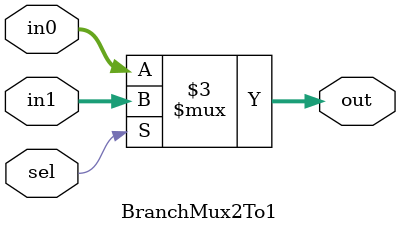
<source format=v>
`timescale 1ns / 1ps


module BranchMux2To1(
    input wire [31:0] in0, // Input 0: Next sequential instruction address (PC+4) (adder1)
    input wire [31:0] in1, // Input 1: Branch target address (Adder2 result)
    input wire sel, // Selection signal
    output reg [31:0] out // Output: Selected address
    );
    // Select the input based on the sel signal
    always @ (*) begin
        if (sel) begin
            out = in1; // Branch target address 
        end else begin
            out = in0; // Next sequential instruction address (PC+4)== BEQ
        end
    end
endmodule

</source>
